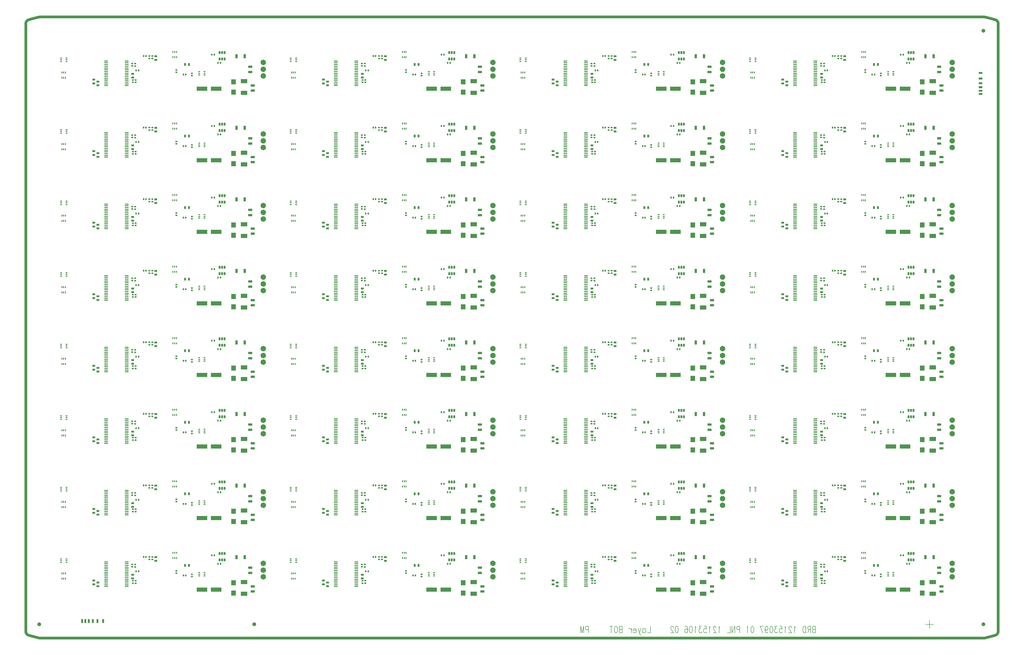
<source format=gbr>
*
G04 Job   : N:\Projects\Manoi001\P08496\Ubdate_doc\12153097_LTM_LH_PCBDESIGN_20230125\12153097_LTM_LH\panel_12153106\12153106.pnl*
G04 User  : UA220009:manoi001*
G04 Layer : SolderPasteBot.gbr*
G04 Date  : Fri Jan 27 12:40:05 2023*
G04 Expedition Layer: Solder Paste - Bottom*
%ICAS*%
%MOIN*%
%FSDAX24Y24*%
%OFA0.0000B0.0000*%
G90*
G74*
%AMVB_RCRECTANGLE*
$3=$3X2*
21,1,$1-$3,$2,0,0,0*
21,1,$1,$2-$3,0,0,0*
$1=$1/2*
$2=$2/2*
$3=$3/2*
$1=$1-$3*
$2=$2-$3*
1,1,$3X2,0-$1,0-$2*
1,1,$3X2,0-$1,$2*
1,1,$3X2,$1,$2*
1,1,$3X2,$1,0-$2*
%
%ADD11C,0.00787*%
%ADD10C,0.03937*%
%ADD15C,0.07874*%
%ADD14VB_RCRECTANGLE,0.02362X0.01575X0.00197*%
%ADD17VB_RCRECTANGLE,0.01575X0.02362X0.00197*%
%ADD12VB_RCRECTANGLE,0.02756X0.01969X0.00197*%
%ADD13VB_RCRECTANGLE,0.01969X0.02756X0.00197*%
%ADD71VB_RCRECTANGLE,0.03937X0.02756X0.00197*%
%ADD22VB_RCRECTANGLE,0.02756X0.03937X0.00197*%
%ADD19VB_RCRECTANGLE,0.02362X0.04331X0.00197*%
%ADD16VB_RCRECTANGLE,0.05512X0.01575X0.00197*%
%ADD70VB_RCRECTANGLE,0.05906X0.03150X0.00197*%
%ADD23VB_RCRECTANGLE,0.03150X0.05906X0.00197*%
%ADD18VB_RCRECTANGLE,0.06693X0.07480X0.00197*%
%ADD21VB_RCRECTANGLE,0.09055X0.06299X0.00197*%
%ADD20VB_RCRECTANGLE,0.15157X0.06299X0.00197*%
G01*
G36*
X-129803Y-000283D02*
G03X-129764Y-000285I000039J000283D01*
X-129478Y000000J000285*
X-129481Y000039I000286*
G01X-129724*
Y000283*
G03X-129764Y000285I000040J000283*
X-130049Y000000J000285*
X-130046Y-000039I000285*
G01X-129803*
Y-000283*
Y000283D02*
Y000039D01*
X-130046*
G03X-130049Y000000I000282J000039*
X-129764Y-000285I000285*
X-129724Y-000283J000285*
G01Y-000039*
X-129481*
G03X-129478Y000000I000283J000039*
X-129764Y000285I000286*
X-129803Y000283J000285*
G01X-129481Y-000039D02*
X-129724D01*
Y-000283*
G02X-129764Y-000285I000040J000283*
X-130049Y000000J000285*
X-130046Y000039I000285*
G01X-129803*
Y000283*
G02X-129764Y000285I000039J000283*
X-129478Y000000J000285*
X-129481Y-000039I000286*
G01Y000039D02*
X-129724D01*
Y000283*
G03X-129764Y000285I000040J000283*
X-130049Y000000J000285*
X-130046Y-000039I000285*
G01X-129803*
Y-000283*
G03X-129764Y-000285I000039J000283*
X-129478Y000000J000285*
X-129481Y000039I000286*
G01X-123661Y000197D02*
X-123386D01*
Y000748*
X-123661*
Y000197*
X-123189D02*
X-122913D01*
Y000748*
X-123189*
Y000197*
X-122677D02*
X-122402D01*
Y000748*
X-122677*
Y000197*
X-122087D02*
X-121811D01*
Y000748*
X-122087*
Y000197*
X-121417D02*
X-121142D01*
Y000748*
X-121417*
Y000197*
X-120591D02*
X-120315D01*
Y000748*
X-120591*
Y000197*
X-098465Y-000283D02*
G03X-098425Y-000285I000040J000283D01*
X-098140Y000000J000285*
X-098142Y000039I000285*
G01X-098386*
Y000283*
G03X-098425Y000285I000039J000283*
X-098711Y000000J000285*
X-098708Y-000039I000286*
G01X-098465*
Y-000283*
Y000283D02*
Y000039D01*
X-098708*
G03X-098711Y000000I000283J000039*
X-098425Y-000285I000286*
X-098386Y-000283J000285*
G01Y-000039*
X-098142*
G03X-098140Y000000I000283J000039*
X-098425Y000285I000285*
X-098465Y000283J000285*
G01X-098142Y-000039D02*
X-098386D01*
Y-000283*
G02X-098425Y-000285I000039J000283*
X-098711Y000000J000285*
X-098708Y000039I000286*
G01X-098465*
Y000283*
G02X-098425Y000285I000040J000283*
X-098140Y000000J000285*
X-098142Y-000039I000285*
G01Y000039D02*
X-098386D01*
Y000283*
G03X-098425Y000285I000039J000283*
X-098711Y000000J000285*
X-098708Y-000039I000286*
G01X-098465*
Y-000283*
G03X-098425Y-000285I000040J000283*
X-098140Y000000J000285*
X-098142Y000039I000285*
G01X007146Y077185D02*
X007697D01*
Y077461*
X007146*
Y077185*
Y077657D02*
X007697D01*
Y077933*
X007146*
Y077657*
Y078169D02*
X007697D01*
Y078445*
X007146*
Y078169*
Y078760D02*
X007697D01*
Y079035*
X007146*
Y078760*
Y079429D02*
X007697D01*
Y079705*
X007146*
Y079429*
Y080256D02*
X007697D01*
Y080531*
X007146*
Y080256*
X007795Y-000283D02*
G03X007835Y-000285I000040J000283D01*
X008120Y000000J000285*
X008117Y000039I000285*
G01X007874*
Y000283*
G03X007835Y000285I000039J000283*
X007549Y000000J000285*
X007552Y-000039I000286*
G01X007795*
Y-000283*
Y000283D02*
Y000039D01*
X007552*
G03X007549Y000000I000283J000039*
X007835Y-000285I000286*
X007874Y-000283J000285*
G01Y-000039*
X008117*
G03X008120Y000000I000282J000039*
X007835Y000285I000285*
X007795Y000283J000285*
G01Y086253D02*
G03X007835Y086250I000040J000282D01*
X008120Y086535J000285*
X008117Y086575I000285*
G01X007874*
Y086818*
G03X007835Y086821I000039J000283*
X007549Y086535J000286*
X007552Y086496I000286*
G01X007795*
Y086253*
Y086818D02*
Y086575D01*
X007552*
G03X007549Y086535I000283J000040*
X007835Y086250I000286*
X007874Y086253J000285*
G01Y086496*
X008117*
G03X008120Y086535I000282J000039*
X007835Y086821I000285*
X007795Y086818J000286*
G01X008117Y-000039D02*
X007874D01*
Y-000283*
G02X007835Y-000285I000039J000283*
X007549Y000000J000285*
X007552Y000039I000286*
G01X007795*
Y000283*
G02X007835Y000285I000040J000283*
X008120Y000000J000285*
X008117Y-000039I000285*
G01Y000039D02*
X007874D01*
Y000283*
G03X007835Y000285I000039J000283*
X007549Y000000J000285*
X007552Y-000039I000286*
G01X007795*
Y-000283*
G03X007835Y-000285I000040J000283*
X008120Y000000J000285*
X008117Y000039I000285*
G01Y086496D02*
X007874D01*
Y086253*
G02X007835Y086250I000039J000282*
X007549Y086535J000285*
X007552Y086575I000286*
G01X007795*
Y086818*
G02X007835Y086821I000040J000283*
X008120Y086535J000286*
X008117Y086496I000285*
G01Y086575D02*
X007874D01*
Y086818*
G03X007835Y086821I000039J000283*
X007549Y086535J000286*
X007552Y086496I000286*
G01X007795*
Y086253*
G03X007835Y086250I000040J000282*
X008120Y086535J000285*
X008117Y086575I000285*
G37*
G54D10*
G01X-056535Y-002008D02*
X-129717D01*
G02X-129871Y-001987J000591*
G01X-131295Y-001602*
G02X-131732Y-001032I000154J000570*
G01Y-001031*
Y087575*
G02X-131291Y088146I000590*
G01X-129870Y088524*
G02X-129719Y088543I000151J000572*
X-129717J000591*
G01X007992*
G02X008142Y088524I000001J000590*
G01X009563Y088150*
G02X010000Y087579I000154J000571*
G01Y-001031*
Y-001032*
G02X009563Y-001602I000591*
G01X008151Y-001987*
G02X007995Y-002008I000156J000570*
G01X-056535*
G54D11*
X-050416Y-001259D02*
Y-000275D01*
X-050635Y-001259*
X-050854Y-000275*
Y-001259*
X-049727D02*
Y-000275D01*
X-050009*
X-050103Y-000334*
X-050134Y-000379*
X-050165Y-000468*
Y-000603*
X-050134Y-000707*
X-050103Y-000752*
X-050009Y-000797*
X-049727*
X-046403Y-000275D02*
Y-001259D01*
X-046183Y-000275D02*
X-046622D01*
X-045651D02*
X-045599Y-000334D01*
X-045547Y-000424*
X-045515Y-000513*
X-045494Y-000647*
Y-000886*
X-045515Y-001020*
X-045547Y-001125*
X-045599Y-001214*
X-045651Y-001259*
X-045766*
X-045818Y-001214*
X-045881Y-001125*
X-045902Y-001020*
X-045933Y-000886*
Y-000647*
X-045902Y-000513*
X-045881Y-000424*
X-045818Y-000334*
X-045766Y-000275*
X-045651*
X-044806Y-000752D02*
X-045087D01*
X-045181Y-000797*
X-045213Y-000841*
X-045244Y-000931*
Y-001080*
X-045213Y-001169*
X-045181Y-001214*
X-045087Y-001259*
X-044806*
Y-000275*
X-045087*
X-045181Y-000334*
X-045213Y-000379*
X-045244Y-000468*
Y-000558*
X-045213Y-000647*
X-045181Y-000707*
X-045087Y-000752*
X-043428Y-000886D02*
X-043480Y-000752D01*
X-043584Y-000662*
X-043699Y-000618*
X-043866*
X-043428D02*
Y-001259D01*
X-042739Y-000886D02*
X-043177D01*
Y-000797*
X-043146Y-000707*
X-043104Y-000662*
X-043031Y-000618*
X-042916*
X-042843Y-000662*
X-042770Y-000752*
X-042739Y-000886*
Y-000990*
X-042770Y-001125*
X-042843Y-001214*
X-042916Y-001259*
X-043031*
X-043104Y-001214*
X-043177Y-001125*
X-042488Y-000618D02*
X-042279Y-001259D01*
X-042217Y-001453*
X-042144Y-001542*
X-042081Y-001587*
X-042050*
X-042081Y-000618D02*
X-042279Y-001259D01*
X-041799Y-000752D02*
X-041726Y-000662D01*
X-041653Y-000618*
X-041538*
X-041465Y-000662*
X-041392Y-000752*
X-041361Y-000886*
Y-000990*
X-041392Y-001125*
X-041465Y-001214*
X-041538Y-001259*
X-041653*
X-041726Y-001214*
X-041799Y-001125*
Y-000618D02*
Y-001259D01*
X-040672Y-000275D02*
Y-001259D01*
X-041110*
X-037356Y-000510D02*
Y-000466D01*
X-037387Y-000376*
X-037419Y-000331*
X-037481Y-000272*
X-037607*
X-037669Y-000331*
X-037701Y-000376*
X-037732Y-000466*
Y-000555*
X-037701Y-000644*
X-037638Y-000794*
X-037325Y-001256*
X-037763*
X-036824Y-000287D02*
X-036730Y-000331D01*
X-036667Y-000466*
X-036636Y-000704*
Y-000838*
X-036667Y-001077*
X-036730Y-001211*
X-036824Y-001256*
X-036886*
X-036980Y-001211*
X-037043Y-001077*
X-037074Y-000838*
Y-000704*
X-037043Y-000466*
X-036980Y-000331*
X-036886Y-000287*
X-036824*
X-035665Y-000421D02*
X-035634Y-000331D01*
X-035529Y-000287*
X-035456*
X-035352Y-000331*
X-035289Y-000466*
X-035258Y-000704*
Y-000928*
X-035289Y-001122*
X-035352Y-001211*
X-035456Y-001256*
X-035488*
X-035592Y-001211*
X-035665Y-001122*
X-035696Y-000987*
Y-000928*
X-035665Y-000794*
X-035592Y-000704*
X-035488Y-000659*
X-035456*
X-035352Y-000704*
X-035289Y-000794*
X-035258Y-000928*
X-034757Y-000287D02*
X-034663Y-000331D01*
X-034600Y-000466*
X-034569Y-000704*
Y-000838*
X-034600Y-001077*
X-034663Y-001211*
X-034757Y-001256*
X-034820*
X-034913Y-001211*
X-034976Y-001077*
X-035007Y-000838*
Y-000704*
X-034976Y-000466*
X-034913Y-000331*
X-034820Y-000287*
X-034757*
X-034047Y-000466D02*
X-034089Y-000421D01*
X-034141Y-000287*
Y-001256*
X-033254Y-000287D02*
X-033598D01*
X-033410Y-000659*
X-033504*
X-033567Y-000704*
X-033598Y-000749*
X-033630Y-000883*
Y-000987*
X-033598Y-001122*
X-033536Y-001211*
X-033442Y-001256*
X-033348*
X-033254Y-001211*
X-033222Y-001166*
X-033191Y-001077*
X-032878Y-000287D02*
X-032565D01*
X-032533Y-000704*
X-032565Y-000659*
X-032659Y-000615*
X-032753*
X-032847Y-000659*
X-032909Y-000749*
X-032941Y-000883*
Y-000987*
X-032909Y-001122*
X-032847Y-001211*
X-032753Y-001256*
X-032659*
X-032565Y-001211*
X-032533Y-001166*
X-032502Y-001077*
X-031980Y-000466D02*
X-032022Y-000421D01*
X-032074Y-000287*
Y-001256*
X-031156Y-000510D02*
Y-000466D01*
X-031187Y-000376*
X-031218Y-000331*
X-031281Y-000272*
X-031406*
X-031469Y-000331*
X-031500Y-000376*
X-031531Y-000466*
Y-000555*
X-031500Y-000644*
X-031437Y-000794*
X-031124Y-001256*
X-031563*
X-030602Y-000466D02*
X-030644Y-000421D01*
X-030696Y-000287*
Y-001256*
X-029057Y-000272D02*
Y-001256D01*
X-029496*
X-028368D02*
Y-000272D01*
X-028807Y-001256*
Y-000272*
X-027679Y-001256D02*
Y-000272D01*
X-027961*
X-028055Y-000331*
X-028087Y-000376*
X-028118Y-000466*
Y-000600*
X-028087Y-000704*
X-028055Y-000749*
X-027961Y-000794*
X-027679*
X-026468Y-000466D02*
X-026510Y-000421D01*
X-026562Y-000287*
Y-001256*
X-025800Y-000287D02*
X-025706Y-000331D01*
X-025644Y-000466*
X-025613Y-000704*
Y-000838*
X-025644Y-001077*
X-025706Y-001211*
X-025800Y-001256*
X-025863*
X-025957Y-001211*
X-026020Y-001077*
X-026051Y-000838*
Y-000704*
X-026020Y-000466*
X-025957Y-000331*
X-025863Y-000287*
X-025800*
X-024235D02*
X-024673D01*
X-024360Y-001256*
X-023984Y-000600D02*
X-023953Y-000749D01*
X-023890Y-000838*
X-023775Y-000883*
X-023744*
X-023640Y-000838*
X-023577Y-000749*
X-023546Y-000600*
Y-000555*
X-023577Y-000421*
X-023640Y-000331*
X-023744Y-000287*
X-023775*
X-023890Y-000331*
X-023953Y-000421*
X-023984Y-000600*
Y-000838*
X-023953Y-001077*
X-023890Y-001211*
X-023775Y-001256*
X-023713*
X-023608Y-001211*
X-023577Y-001122*
X-023045Y-000287D02*
X-022951Y-000331D01*
X-022888Y-000466*
X-022857Y-000704*
Y-000838*
X-022888Y-001077*
X-022951Y-001211*
X-023045Y-001256*
X-023107*
X-023201Y-001211*
X-023264Y-001077*
X-023295Y-000838*
Y-000704*
X-023264Y-000466*
X-023201Y-000331*
X-023107Y-000287*
X-023045*
X-022230D02*
X-022575D01*
X-022387Y-000659*
X-022481*
X-022543Y-000704*
X-022575Y-000749*
X-022606Y-000883*
Y-000987*
X-022575Y-001122*
X-022512Y-001211*
X-022418Y-001256*
X-022324*
X-022230Y-001211*
X-022199Y-001166*
X-022168Y-001077*
X-021855Y-000287D02*
X-021541D01*
X-021510Y-000704*
X-021541Y-000659*
X-021635Y-000615*
X-021729*
X-021823Y-000659*
X-021886Y-000749*
X-021917Y-000883*
Y-000987*
X-021886Y-001122*
X-021823Y-001211*
X-021729Y-001256*
X-021635*
X-021541Y-001211*
X-021510Y-001166*
X-021479Y-001077*
X-020957Y-000466D02*
X-020999Y-000421D01*
X-021051Y-000287*
Y-001256*
X-020132Y-000510D02*
Y-000466D01*
X-020163Y-000376*
X-020195Y-000331*
X-020257Y-000272*
X-020383*
X-020445Y-000331*
X-020477Y-000376*
X-020508Y-000466*
Y-000555*
X-020477Y-000644*
X-020414Y-000794*
X-020101Y-001256*
X-020539*
X-019579Y-000466D02*
X-019621Y-000421D01*
X-019673Y-000287*
Y-001256*
X-018034Y-000272D02*
X-018253D01*
X-018347Y-000331*
X-018410Y-000421*
X-018441Y-000510*
X-018472Y-000644*
Y-000883*
X-018441Y-001017*
X-018410Y-001122*
X-018347Y-001211*
X-018253Y-001256*
X-018034*
Y-000272*
X-017564Y-000749D02*
X-017783Y-001256D01*
X-017345D02*
Y-000272D01*
X-017627*
X-017721Y-000331*
X-017752Y-000376*
X-017783Y-000466*
Y-000555*
X-017752Y-000644*
X-017721Y-000704*
X-017627Y-000749*
X-017345*
X-016656D02*
X-016938D01*
X-017032Y-000794*
X-017063Y-000838*
X-017094Y-000928*
Y-001077*
X-017063Y-001166*
X-017032Y-001211*
X-016938Y-001256*
X-016656*
Y-000272*
X-016938*
X-017032Y-000331*
X-017063Y-000376*
X-017094Y-000466*
Y-000555*
X-017063Y-000644*
X-017032Y-000704*
X-016938Y-000749*
X-000591Y000000D02*
X000591D01*
X000000Y000591D02*
Y-000591D01*
G54D12*
X-116201Y008376D03*
Y008730D03*
Y018809D03*
Y019163D03*
Y029242D03*
Y029596D03*
Y039675D03*
Y040030D03*
Y050108D03*
Y050463D03*
Y060541D03*
Y060896D03*
Y070974D03*
Y071329D03*
Y081407D03*
Y081762D03*
X-116122Y005984D03*
Y006339D03*
Y016417D03*
Y016772D03*
Y026850D03*
Y027205D03*
Y037283D03*
Y037638D03*
Y047717D03*
Y048071D03*
Y058150D03*
Y058504D03*
Y068583D03*
Y068937D03*
Y079016D03*
Y079370D03*
X-115768Y008366D03*
Y008720D03*
Y018799D03*
Y019154D03*
Y029232D03*
Y029587D03*
Y039665D03*
Y040020D03*
Y050098D03*
Y050453D03*
Y060531D03*
Y060886D03*
Y070965D03*
Y071319D03*
Y081398D03*
Y081752D03*
X-115701Y005984D03*
Y006339D03*
Y016417D03*
Y016772D03*
Y026850D03*
Y027205D03*
Y037283D03*
Y037638D03*
Y047717D03*
Y048071D03*
Y058150D03*
Y058504D03*
Y068583D03*
Y068937D03*
Y079016D03*
Y079370D03*
X-113717Y009469D03*
Y009823D03*
Y019902D03*
Y020256D03*
Y030335D03*
Y030689D03*
Y040768D03*
Y041122D03*
Y051201D03*
Y051555D03*
Y061634D03*
Y061988D03*
Y072067D03*
Y072421D03*
Y082500D03*
Y082854D03*
X-113283Y009469D03*
Y009823D03*
Y019902D03*
Y020256D03*
Y030335D03*
Y030689D03*
Y040768D03*
Y041122D03*
Y051201D03*
Y051555D03*
Y061634D03*
Y061988D03*
Y072067D03*
Y072421D03*
Y082500D03*
Y082854D03*
X-109768Y007441D03*
Y007795D03*
Y017874D03*
Y018228D03*
Y028307D03*
Y028661D03*
Y038740D03*
Y039094D03*
Y049173D03*
Y049528D03*
Y059606D03*
Y059961D03*
Y070039D03*
Y070394D03*
Y080472D03*
Y080827D03*
X-107500Y006949D03*
Y007303D03*
Y017382D03*
Y017736D03*
Y027815D03*
Y028169D03*
Y038248D03*
Y038602D03*
Y048681D03*
Y049035D03*
Y059114D03*
Y059469D03*
Y069547D03*
Y069902D03*
Y079980D03*
Y080335D03*
X-082736Y008376D03*
Y008730D03*
Y018809D03*
Y019163D03*
Y029242D03*
Y029596D03*
Y039675D03*
Y040030D03*
Y050108D03*
Y050463D03*
Y060541D03*
Y060896D03*
Y070974D03*
Y071329D03*
Y081407D03*
Y081762D03*
X-082657Y005984D03*
Y006339D03*
Y016417D03*
Y016772D03*
Y026850D03*
Y027205D03*
Y037283D03*
Y037638D03*
Y047717D03*
Y048071D03*
Y058150D03*
Y058504D03*
Y068583D03*
Y068937D03*
Y079016D03*
Y079370D03*
X-082303Y008366D03*
Y008720D03*
Y018799D03*
Y019154D03*
Y029232D03*
Y029587D03*
Y039665D03*
Y040020D03*
Y050098D03*
Y050453D03*
Y060531D03*
Y060886D03*
Y070965D03*
Y071319D03*
Y081398D03*
Y081752D03*
X-082236Y005984D03*
Y006339D03*
Y016417D03*
Y016772D03*
Y026850D03*
Y027205D03*
Y037283D03*
Y037638D03*
Y047717D03*
Y048071D03*
Y058150D03*
Y058504D03*
Y068583D03*
Y068937D03*
Y079016D03*
Y079370D03*
X-080252Y009469D03*
Y009823D03*
Y019902D03*
Y020256D03*
Y030335D03*
Y030689D03*
Y040768D03*
Y041122D03*
Y051201D03*
Y051555D03*
Y061634D03*
Y061988D03*
Y072067D03*
Y072421D03*
Y082500D03*
Y082854D03*
X-079819Y009469D03*
Y009823D03*
Y019902D03*
Y020256D03*
Y030335D03*
Y030689D03*
Y040768D03*
Y041122D03*
Y051201D03*
Y051555D03*
Y061634D03*
Y061988D03*
Y072067D03*
Y072421D03*
Y082500D03*
Y082854D03*
X-076303Y007441D03*
Y007795D03*
Y017874D03*
Y018228D03*
Y028307D03*
Y028661D03*
Y038740D03*
Y039094D03*
Y049173D03*
Y049528D03*
Y059606D03*
Y059961D03*
Y070039D03*
Y070394D03*
Y080472D03*
Y080827D03*
X-074035Y006949D03*
Y007303D03*
Y017382D03*
Y017736D03*
Y027815D03*
Y028169D03*
Y038248D03*
Y038602D03*
Y048681D03*
Y049035D03*
Y059114D03*
Y059469D03*
Y069547D03*
Y069902D03*
Y079980D03*
Y080335D03*
X-049272Y008376D03*
Y008730D03*
Y018809D03*
Y019163D03*
Y029242D03*
Y029596D03*
Y039675D03*
Y040030D03*
Y050108D03*
Y050463D03*
Y060541D03*
Y060896D03*
Y070974D03*
Y071329D03*
Y081407D03*
Y081762D03*
X-049193Y005984D03*
Y006339D03*
Y016417D03*
Y016772D03*
Y026850D03*
Y027205D03*
Y037283D03*
Y037638D03*
Y047717D03*
Y048071D03*
Y058150D03*
Y058504D03*
Y068583D03*
Y068937D03*
Y079016D03*
Y079370D03*
X-048839Y008366D03*
Y008720D03*
Y018799D03*
Y019154D03*
Y029232D03*
Y029587D03*
Y039665D03*
Y040020D03*
Y050098D03*
Y050453D03*
Y060531D03*
Y060886D03*
Y070965D03*
Y071319D03*
Y081398D03*
Y081752D03*
X-048772Y005984D03*
Y006339D03*
Y016417D03*
Y016772D03*
Y026850D03*
Y027205D03*
Y037283D03*
Y037638D03*
Y047717D03*
Y048071D03*
Y058150D03*
Y058504D03*
Y068583D03*
Y068937D03*
Y079016D03*
Y079370D03*
X-046787Y009469D03*
Y009823D03*
Y019902D03*
Y020256D03*
Y030335D03*
Y030689D03*
Y040768D03*
Y041122D03*
Y051201D03*
Y051555D03*
Y061634D03*
Y061988D03*
Y072067D03*
Y072421D03*
Y082500D03*
Y082854D03*
X-046354Y009469D03*
Y009823D03*
Y019902D03*
Y020256D03*
Y030335D03*
Y030689D03*
Y040768D03*
Y041122D03*
Y051201D03*
Y051555D03*
Y061634D03*
Y061988D03*
Y072067D03*
Y072421D03*
Y082500D03*
Y082854D03*
X-042839Y007441D03*
Y007795D03*
Y017874D03*
Y018228D03*
Y028307D03*
Y028661D03*
Y038740D03*
Y039094D03*
Y049173D03*
Y049528D03*
Y059606D03*
Y059961D03*
Y070039D03*
Y070394D03*
Y080472D03*
Y080827D03*
X-040571Y006949D03*
Y007303D03*
Y017382D03*
Y017736D03*
Y027815D03*
Y028169D03*
Y038248D03*
Y038602D03*
Y048681D03*
Y049035D03*
Y059114D03*
Y059469D03*
Y069547D03*
Y069902D03*
Y079980D03*
Y080335D03*
X-015807Y008376D03*
Y008730D03*
Y018809D03*
Y019163D03*
Y029242D03*
Y029596D03*
Y039675D03*
Y040030D03*
Y050108D03*
Y050463D03*
Y060541D03*
Y060896D03*
Y070974D03*
Y071329D03*
Y081407D03*
Y081762D03*
X-015728Y005984D03*
Y006339D03*
Y016417D03*
Y016772D03*
Y026850D03*
Y027205D03*
Y037283D03*
Y037638D03*
Y047717D03*
Y048071D03*
Y058150D03*
Y058504D03*
Y068583D03*
Y068937D03*
Y079016D03*
Y079370D03*
X-015374Y008366D03*
Y008720D03*
Y018799D03*
Y019154D03*
Y029232D03*
Y029587D03*
Y039665D03*
Y040020D03*
Y050098D03*
Y050453D03*
Y060531D03*
Y060886D03*
Y070965D03*
Y071319D03*
Y081398D03*
Y081752D03*
X-015307Y005984D03*
Y006339D03*
Y016417D03*
Y016772D03*
Y026850D03*
Y027205D03*
Y037283D03*
Y037638D03*
Y047717D03*
Y048071D03*
Y058150D03*
Y058504D03*
Y068583D03*
Y068937D03*
Y079016D03*
Y079370D03*
X-013323Y009469D03*
Y009823D03*
Y019902D03*
Y020256D03*
Y030335D03*
Y030689D03*
Y040768D03*
Y041122D03*
Y051201D03*
Y051555D03*
Y061634D03*
Y061988D03*
Y072067D03*
Y072421D03*
Y082500D03*
Y082854D03*
X-012890Y009469D03*
Y009823D03*
Y019902D03*
Y020256D03*
Y030335D03*
Y030689D03*
Y040768D03*
Y041122D03*
Y051201D03*
Y051555D03*
Y061634D03*
Y061988D03*
Y072067D03*
Y072421D03*
Y082500D03*
Y082854D03*
X-009374Y007441D03*
Y007795D03*
Y017874D03*
Y018228D03*
Y028307D03*
Y028661D03*
Y038740D03*
Y039094D03*
Y049173D03*
Y049528D03*
Y059606D03*
Y059961D03*
Y070039D03*
Y070394D03*
Y080472D03*
Y080827D03*
X-007106Y006949D03*
Y007303D03*
Y017382D03*
Y017736D03*
Y027815D03*
Y028169D03*
Y038248D03*
Y038602D03*
Y048681D03*
Y049035D03*
Y059114D03*
Y059469D03*
Y069547D03*
Y069902D03*
Y079980D03*
Y080335D03*
G54D13*
X-115650Y007736D03*
Y018169D03*
Y028602D03*
Y039035D03*
Y049469D03*
Y059902D03*
Y070335D03*
Y080768D03*
X-115295Y007736D03*
Y018169D03*
Y028602D03*
Y039035D03*
Y049469D03*
Y059902D03*
Y070335D03*
Y080768D03*
X-114555Y009819D03*
Y020252D03*
Y030685D03*
Y041118D03*
Y051551D03*
Y061984D03*
Y072417D03*
Y082850D03*
X-114201Y009819D03*
Y020252D03*
Y030685D03*
Y041118D03*
Y051551D03*
Y061984D03*
Y072417D03*
Y082850D03*
X-108760Y007114D03*
Y017547D03*
Y027980D03*
Y038413D03*
Y048846D03*
Y059280D03*
Y069713D03*
Y080146D03*
X-108406Y007114D03*
Y017547D03*
Y027980D03*
Y038413D03*
Y048846D03*
Y059280D03*
Y069713D03*
Y080146D03*
X-104606Y010039D03*
Y020472D03*
Y030906D03*
Y041339D03*
Y051772D03*
Y062205D03*
Y072638D03*
Y083071D03*
X-104252Y010039D03*
Y020472D03*
Y030906D03*
Y041339D03*
Y051772D03*
Y062205D03*
Y072638D03*
Y083071D03*
X-103701Y008819D03*
Y019252D03*
Y029685D03*
Y040118D03*
Y050551D03*
Y060984D03*
Y071417D03*
Y081850D03*
X-103346Y008819D03*
Y019252D03*
Y029685D03*
Y040118D03*
Y050551D03*
Y060984D03*
Y071417D03*
Y081850D03*
X-082185Y007736D03*
Y018169D03*
Y028602D03*
Y039035D03*
Y049469D03*
Y059902D03*
Y070335D03*
Y080768D03*
X-081831Y007736D03*
Y018169D03*
Y028602D03*
Y039035D03*
Y049469D03*
Y059902D03*
Y070335D03*
Y080768D03*
X-081091Y009819D03*
Y020252D03*
Y030685D03*
Y041118D03*
Y051551D03*
Y061984D03*
Y072417D03*
Y082850D03*
X-080736Y009819D03*
Y020252D03*
Y030685D03*
Y041118D03*
Y051551D03*
Y061984D03*
Y072417D03*
Y082850D03*
X-075295Y007114D03*
Y017547D03*
Y027980D03*
Y038413D03*
Y048846D03*
Y059280D03*
Y069713D03*
Y080146D03*
X-074941Y007114D03*
Y017547D03*
Y027980D03*
Y038413D03*
Y048846D03*
Y059280D03*
Y069713D03*
Y080146D03*
X-071142Y010039D03*
Y020472D03*
Y030906D03*
Y041339D03*
Y051772D03*
Y062205D03*
Y072638D03*
Y083071D03*
X-070787Y010039D03*
Y020472D03*
Y030906D03*
Y041339D03*
Y051772D03*
Y062205D03*
Y072638D03*
Y083071D03*
X-070236Y008819D03*
Y019252D03*
Y029685D03*
Y040118D03*
Y050551D03*
Y060984D03*
Y071417D03*
Y081850D03*
X-069882Y008819D03*
Y019252D03*
Y029685D03*
Y040118D03*
Y050551D03*
Y060984D03*
Y071417D03*
Y081850D03*
X-048720Y007736D03*
Y018169D03*
Y028602D03*
Y039035D03*
Y049469D03*
Y059902D03*
Y070335D03*
Y080768D03*
X-048366Y007736D03*
Y018169D03*
Y028602D03*
Y039035D03*
Y049469D03*
Y059902D03*
Y070335D03*
Y080768D03*
X-047626Y009819D03*
Y020252D03*
Y030685D03*
Y041118D03*
Y051551D03*
Y061984D03*
Y072417D03*
Y082850D03*
X-047272Y009819D03*
Y020252D03*
Y030685D03*
Y041118D03*
Y051551D03*
Y061984D03*
Y072417D03*
Y082850D03*
X-041831Y007114D03*
Y017547D03*
Y027980D03*
Y038413D03*
Y048846D03*
Y059280D03*
Y069713D03*
Y080146D03*
X-041476Y007114D03*
Y017547D03*
Y027980D03*
Y038413D03*
Y048846D03*
Y059280D03*
Y069713D03*
Y080146D03*
X-037677Y010039D03*
Y020472D03*
Y030906D03*
Y041339D03*
Y051772D03*
Y062205D03*
Y072638D03*
Y083071D03*
X-037323Y010039D03*
Y020472D03*
Y030906D03*
Y041339D03*
Y051772D03*
Y062205D03*
Y072638D03*
Y083071D03*
X-036772Y008819D03*
Y019252D03*
Y029685D03*
Y040118D03*
Y050551D03*
Y060984D03*
Y071417D03*
Y081850D03*
X-036417Y008819D03*
Y019252D03*
Y029685D03*
Y040118D03*
Y050551D03*
Y060984D03*
Y071417D03*
Y081850D03*
X-015256Y007736D03*
Y018169D03*
Y028602D03*
Y039035D03*
Y049469D03*
Y059902D03*
Y070335D03*
Y080768D03*
X-014902Y007736D03*
Y018169D03*
Y028602D03*
Y039035D03*
Y049469D03*
Y059902D03*
Y070335D03*
Y080768D03*
X-014161Y009819D03*
Y020252D03*
Y030685D03*
Y041118D03*
Y051551D03*
Y061984D03*
Y072417D03*
Y082850D03*
X-013807Y009819D03*
Y020252D03*
Y030685D03*
Y041118D03*
Y051551D03*
Y061984D03*
Y072417D03*
Y082850D03*
X-008366Y007114D03*
Y017547D03*
Y027980D03*
Y038413D03*
Y048846D03*
Y059280D03*
Y069713D03*
Y080146D03*
X-008012Y007114D03*
Y017547D03*
Y027980D03*
Y038413D03*
Y048846D03*
Y059280D03*
Y069713D03*
Y080146D03*
X-004213Y010039D03*
Y020472D03*
Y030906D03*
Y041339D03*
Y051772D03*
Y062205D03*
Y072638D03*
Y083071D03*
X-003858Y010039D03*
Y020472D03*
Y030906D03*
Y041339D03*
Y051772D03*
Y062205D03*
Y072638D03*
Y083071D03*
X-003307Y008819D03*
Y019252D03*
Y029685D03*
Y040118D03*
Y050551D03*
Y060984D03*
Y071417D03*
Y081850D03*
X-002953Y008819D03*
Y019252D03*
Y029685D03*
Y040118D03*
Y050551D03*
Y060984D03*
Y071417D03*
Y081850D03*
G54D14*
X-126575Y009020D03*
Y009276D03*
Y009531D03*
Y019453D03*
Y019709D03*
Y019965D03*
Y029886D03*
Y030142D03*
Y030398D03*
Y040319D03*
Y040575D03*
Y040831D03*
Y050752D03*
Y051008D03*
Y051264D03*
Y061185D03*
Y061441D03*
Y061697D03*
Y071618D03*
Y071874D03*
Y072130D03*
Y082051D03*
Y082307D03*
Y082563D03*
X-125787Y009020D03*
Y009276D03*
Y009531D03*
Y019453D03*
Y019709D03*
Y019965D03*
Y029886D03*
Y030142D03*
Y030398D03*
Y040319D03*
Y040575D03*
Y040831D03*
Y050752D03*
Y051008D03*
Y051264D03*
Y061185D03*
Y061441D03*
Y061697D03*
Y071618D03*
Y071874D03*
Y072130D03*
Y082051D03*
Y082307D03*
Y082563D03*
X-106455Y007043D03*
Y007299D03*
Y007555D03*
Y017476D03*
Y017732D03*
Y017988D03*
Y027909D03*
Y028165D03*
Y028421D03*
Y038343D03*
Y038598D03*
Y038854D03*
Y048776D03*
Y049031D03*
Y049287D03*
Y059209D03*
Y059465D03*
Y059720D03*
Y069642D03*
Y069898D03*
Y070154D03*
Y080075D03*
Y080331D03*
Y080587D03*
X-105667Y007043D03*
Y007299D03*
Y007555D03*
Y017476D03*
Y017732D03*
Y017988D03*
Y027909D03*
Y028165D03*
Y028421D03*
Y038343D03*
Y038598D03*
Y038854D03*
Y048776D03*
Y049031D03*
Y049287D03*
Y059209D03*
Y059465D03*
Y059720D03*
Y069642D03*
Y069898D03*
Y070154D03*
Y080075D03*
Y080331D03*
Y080587D03*
X-093110Y009020D03*
Y009276D03*
Y009531D03*
Y019453D03*
Y019709D03*
Y019965D03*
Y029886D03*
Y030142D03*
Y030398D03*
Y040319D03*
Y040575D03*
Y040831D03*
Y050752D03*
Y051008D03*
Y051264D03*
Y061185D03*
Y061441D03*
Y061697D03*
Y071618D03*
Y071874D03*
Y072130D03*
Y082051D03*
Y082307D03*
Y082563D03*
X-092323Y009020D03*
Y009276D03*
Y009531D03*
Y019453D03*
Y019709D03*
Y019965D03*
Y029886D03*
Y030142D03*
Y030398D03*
Y040319D03*
Y040575D03*
Y040831D03*
Y050752D03*
Y051008D03*
Y051264D03*
Y061185D03*
Y061441D03*
Y061697D03*
Y071618D03*
Y071874D03*
Y072130D03*
Y082051D03*
Y082307D03*
Y082563D03*
X-072990Y007043D03*
Y007299D03*
Y007555D03*
Y017476D03*
Y017732D03*
Y017988D03*
Y027909D03*
Y028165D03*
Y028421D03*
Y038343D03*
Y038598D03*
Y038854D03*
Y048776D03*
Y049031D03*
Y049287D03*
Y059209D03*
Y059465D03*
Y059720D03*
Y069642D03*
Y069898D03*
Y070154D03*
Y080075D03*
Y080331D03*
Y080587D03*
X-072203Y007043D03*
Y007299D03*
Y007555D03*
Y017476D03*
Y017732D03*
Y017988D03*
Y027909D03*
Y028165D03*
Y028421D03*
Y038343D03*
Y038598D03*
Y038854D03*
Y048776D03*
Y049031D03*
Y049287D03*
Y059209D03*
Y059465D03*
Y059720D03*
Y069642D03*
Y069898D03*
Y070154D03*
Y080075D03*
Y080331D03*
Y080587D03*
X-059646Y009020D03*
Y009276D03*
Y009531D03*
Y019453D03*
Y019709D03*
Y019965D03*
Y029886D03*
Y030142D03*
Y030398D03*
Y040319D03*
Y040575D03*
Y040831D03*
Y050752D03*
Y051008D03*
Y051264D03*
Y061185D03*
Y061441D03*
Y061697D03*
Y071618D03*
Y071874D03*
Y072130D03*
Y082051D03*
Y082307D03*
Y082563D03*
X-058858Y009020D03*
Y009276D03*
Y009531D03*
Y019453D03*
Y019709D03*
Y019965D03*
Y029886D03*
Y030142D03*
Y030398D03*
Y040319D03*
Y040575D03*
Y040831D03*
Y050752D03*
Y051008D03*
Y051264D03*
Y061185D03*
Y061441D03*
Y061697D03*
Y071618D03*
Y071874D03*
Y072130D03*
Y082051D03*
Y082307D03*
Y082563D03*
X-039525Y007043D03*
Y007299D03*
Y007555D03*
Y017476D03*
Y017732D03*
Y017988D03*
Y027909D03*
Y028165D03*
Y028421D03*
Y038343D03*
Y038598D03*
Y038854D03*
Y048776D03*
Y049031D03*
Y049287D03*
Y059209D03*
Y059465D03*
Y059720D03*
Y069642D03*
Y069898D03*
Y070154D03*
Y080075D03*
Y080331D03*
Y080587D03*
X-038738Y007043D03*
Y007299D03*
Y007555D03*
Y017476D03*
Y017732D03*
Y017988D03*
Y027909D03*
Y028165D03*
Y028421D03*
Y038343D03*
Y038598D03*
Y038854D03*
Y048776D03*
Y049031D03*
Y049287D03*
Y059209D03*
Y059465D03*
Y059720D03*
Y069642D03*
Y069898D03*
Y070154D03*
Y080075D03*
Y080331D03*
Y080587D03*
X-026181Y009020D03*
Y009276D03*
Y009531D03*
Y019453D03*
Y019709D03*
Y019965D03*
Y029886D03*
Y030142D03*
Y030398D03*
Y040319D03*
Y040575D03*
Y040831D03*
Y050752D03*
Y051008D03*
Y051264D03*
Y061185D03*
Y061441D03*
Y061697D03*
Y071618D03*
Y071874D03*
Y072130D03*
Y082051D03*
Y082307D03*
Y082563D03*
X-025394Y009020D03*
Y009276D03*
Y009531D03*
Y019453D03*
Y019709D03*
Y019965D03*
Y029886D03*
Y030142D03*
Y030398D03*
Y040319D03*
Y040575D03*
Y040831D03*
Y050752D03*
Y051008D03*
Y051264D03*
Y061185D03*
Y061441D03*
Y061697D03*
Y071618D03*
Y071874D03*
Y072130D03*
Y082051D03*
Y082307D03*
Y082563D03*
X-006061Y007043D03*
Y007299D03*
Y007555D03*
Y017476D03*
Y017732D03*
Y017988D03*
Y027909D03*
Y028165D03*
Y028421D03*
Y038343D03*
Y038598D03*
Y038854D03*
Y048776D03*
Y049031D03*
Y049287D03*
Y059209D03*
Y059465D03*
Y059720D03*
Y069642D03*
Y069898D03*
Y070154D03*
Y080075D03*
Y080331D03*
Y080587D03*
X-005273Y007043D03*
Y007299D03*
Y007555D03*
Y017476D03*
Y017732D03*
Y017988D03*
Y027909D03*
Y028165D03*
Y028421D03*
Y038343D03*
Y038598D03*
Y038854D03*
Y048776D03*
Y049031D03*
Y049287D03*
Y059209D03*
Y059465D03*
Y059720D03*
Y069642D03*
Y069898D03*
Y070154D03*
Y080075D03*
Y080331D03*
Y080587D03*
G54D15*
X-097126Y006909D03*
Y007894D03*
Y008878D03*
Y017343D03*
Y018327D03*
Y019311D03*
Y027776D03*
Y028760D03*
Y029744D03*
Y038209D03*
Y039193D03*
Y040177D03*
Y048642D03*
Y049626D03*
Y050610D03*
Y059075D03*
Y060059D03*
Y061043D03*
Y069508D03*
Y070492D03*
Y071476D03*
Y079941D03*
Y080925D03*
Y081909D03*
X-063661Y006909D03*
Y007894D03*
Y008878D03*
Y017343D03*
Y018327D03*
Y019311D03*
Y027776D03*
Y028760D03*
Y029744D03*
Y038209D03*
Y039193D03*
Y040177D03*
Y048642D03*
Y049626D03*
Y050610D03*
Y059075D03*
Y060059D03*
Y061043D03*
Y069508D03*
Y070492D03*
Y071476D03*
Y079941D03*
Y080925D03*
Y081909D03*
X-030197Y006909D03*
Y007894D03*
Y008878D03*
Y017343D03*
Y018327D03*
Y019311D03*
Y027776D03*
Y028760D03*
Y029744D03*
Y038209D03*
Y039193D03*
Y040177D03*
Y048642D03*
Y049626D03*
Y050610D03*
Y059075D03*
Y060059D03*
Y061043D03*
Y069508D03*
Y070492D03*
Y071476D03*
Y079941D03*
Y080925D03*
Y081909D03*
X003268Y006909D03*
Y007894D03*
Y008878D03*
Y017343D03*
Y018327D03*
Y019311D03*
Y027776D03*
Y028760D03*
Y029744D03*
Y038209D03*
Y039193D03*
Y040177D03*
Y048642D03*
Y049626D03*
Y050610D03*
Y059075D03*
Y060059D03*
Y061043D03*
Y069508D03*
Y070492D03*
Y071476D03*
Y079941D03*
Y080925D03*
Y081909D03*
G54D16*
X-120020Y005514D03*
Y005770D03*
Y006026D03*
Y006281D03*
D03*
Y006537D03*
D03*
Y006793D03*
D03*
Y007049D03*
D03*
Y007305D03*
D03*
Y007561D03*
D03*
Y007817D03*
D03*
Y008073D03*
D03*
Y008329D03*
D03*
Y008585D03*
D03*
Y008841D03*
Y009096D03*
Y015947D03*
Y016203D03*
Y016459D03*
Y016715D03*
D03*
Y016970D03*
D03*
Y017226D03*
D03*
Y017482D03*
D03*
Y017738D03*
D03*
Y017994D03*
D03*
Y018250D03*
D03*
Y018506D03*
D03*
Y018762D03*
D03*
Y019018D03*
D03*
Y019274D03*
Y019530D03*
Y026380D03*
Y026636D03*
Y026892D03*
Y027148D03*
D03*
Y027404D03*
D03*
Y027659D03*
D03*
Y027915D03*
D03*
Y028171D03*
D03*
Y028427D03*
D03*
Y028683D03*
D03*
Y028939D03*
D03*
Y029195D03*
D03*
Y029451D03*
D03*
Y029707D03*
Y029963D03*
Y036813D03*
Y037069D03*
Y037325D03*
Y037581D03*
D03*
Y037837D03*
D03*
Y038093D03*
D03*
Y038348D03*
D03*
Y038604D03*
D03*
Y038860D03*
D03*
Y039116D03*
D03*
Y039372D03*
D03*
Y039628D03*
D03*
Y039884D03*
D03*
Y040140D03*
Y040396D03*
Y047246D03*
Y047502D03*
Y047758D03*
Y048014D03*
D03*
Y048270D03*
D03*
Y048526D03*
D03*
Y048781D03*
D03*
Y049037D03*
D03*
Y049293D03*
D03*
Y049549D03*
D03*
Y049805D03*
D03*
Y050061D03*
D03*
Y050317D03*
D03*
Y050573D03*
Y050829D03*
Y057679D03*
Y057935D03*
Y058191D03*
Y058447D03*
D03*
Y058703D03*
D03*
Y058959D03*
D03*
Y059215D03*
D03*
Y059470D03*
D03*
Y059726D03*
D03*
Y059982D03*
D03*
Y060238D03*
D03*
Y060494D03*
D03*
Y060750D03*
D03*
Y061006D03*
Y061262D03*
Y068112D03*
Y068368D03*
Y068624D03*
Y068880D03*
D03*
Y069136D03*
D03*
Y069392D03*
D03*
Y069648D03*
D03*
Y069904D03*
D03*
Y070159D03*
D03*
Y070415D03*
D03*
Y070671D03*
D03*
Y070927D03*
D03*
Y071183D03*
D03*
Y071439D03*
Y071695D03*
Y078545D03*
Y078801D03*
Y079057D03*
Y079313D03*
D03*
Y079569D03*
D03*
Y079825D03*
D03*
Y080081D03*
D03*
Y080337D03*
D03*
Y080593D03*
D03*
Y080848D03*
D03*
Y081104D03*
D03*
Y081360D03*
D03*
Y081616D03*
D03*
Y081872D03*
Y082128D03*
X-117028Y005514D03*
Y005770D03*
Y006026D03*
Y006281D03*
D03*
Y006537D03*
D03*
Y006793D03*
D03*
Y007049D03*
D03*
Y007305D03*
D03*
Y007561D03*
D03*
Y007817D03*
D03*
Y008073D03*
D03*
Y008329D03*
D03*
Y008585D03*
D03*
Y008841D03*
Y009096D03*
Y015947D03*
Y016203D03*
Y016459D03*
Y016715D03*
D03*
Y016970D03*
D03*
Y017226D03*
D03*
Y017482D03*
D03*
Y017738D03*
D03*
Y017994D03*
D03*
Y018250D03*
D03*
Y018506D03*
D03*
Y018762D03*
D03*
Y019018D03*
D03*
Y019274D03*
Y019530D03*
Y026380D03*
Y026636D03*
Y026892D03*
Y027148D03*
D03*
Y027404D03*
D03*
Y027659D03*
D03*
Y027915D03*
D03*
Y028171D03*
D03*
Y028427D03*
D03*
Y028683D03*
D03*
Y028939D03*
D03*
Y029195D03*
D03*
Y029451D03*
D03*
Y029707D03*
Y029963D03*
Y036813D03*
Y037069D03*
Y037325D03*
Y037581D03*
D03*
Y037837D03*
D03*
Y038093D03*
D03*
Y038348D03*
D03*
Y038604D03*
D03*
Y038860D03*
D03*
Y039116D03*
D03*
Y039372D03*
D03*
Y039628D03*
D03*
Y039884D03*
D03*
Y040140D03*
Y040396D03*
Y047246D03*
Y047502D03*
Y047758D03*
Y048014D03*
D03*
Y048270D03*
D03*
Y048526D03*
D03*
Y048781D03*
D03*
Y049037D03*
D03*
Y049293D03*
D03*
Y049549D03*
D03*
Y049805D03*
D03*
Y050061D03*
D03*
Y050317D03*
D03*
Y050573D03*
Y050829D03*
Y057679D03*
Y057935D03*
Y058191D03*
Y058447D03*
D03*
Y058703D03*
D03*
Y058959D03*
D03*
Y059215D03*
D03*
Y059470D03*
D03*
Y059726D03*
D03*
Y059982D03*
D03*
Y060238D03*
D03*
Y060494D03*
D03*
Y060750D03*
D03*
Y061006D03*
Y061262D03*
Y068112D03*
Y068368D03*
Y068624D03*
Y068880D03*
D03*
Y069136D03*
D03*
Y069392D03*
D03*
Y069648D03*
D03*
Y069904D03*
D03*
Y070159D03*
D03*
Y070415D03*
D03*
Y070671D03*
D03*
Y070927D03*
D03*
Y071183D03*
D03*
Y071439D03*
Y071695D03*
Y078545D03*
Y078801D03*
Y079057D03*
Y079313D03*
D03*
Y079569D03*
D03*
Y079825D03*
D03*
Y080081D03*
D03*
Y080337D03*
D03*
Y080593D03*
D03*
Y080848D03*
D03*
Y081104D03*
D03*
Y081360D03*
D03*
Y081616D03*
D03*
Y081872D03*
Y082128D03*
X-086555Y005514D03*
Y005770D03*
Y006026D03*
Y006281D03*
D03*
Y006537D03*
D03*
Y006793D03*
D03*
Y007049D03*
D03*
Y007305D03*
D03*
Y007561D03*
D03*
Y007817D03*
D03*
Y008073D03*
D03*
Y008329D03*
D03*
Y008585D03*
D03*
Y008841D03*
Y009096D03*
Y015947D03*
Y016203D03*
Y016459D03*
Y016715D03*
D03*
Y016970D03*
D03*
Y017226D03*
D03*
Y017482D03*
D03*
Y017738D03*
D03*
Y017994D03*
D03*
Y018250D03*
D03*
Y018506D03*
D03*
Y018762D03*
D03*
Y019018D03*
D03*
Y019274D03*
Y019530D03*
Y026380D03*
Y026636D03*
Y026892D03*
Y027148D03*
D03*
Y027404D03*
D03*
Y027659D03*
D03*
Y027915D03*
D03*
Y028171D03*
D03*
Y028427D03*
D03*
Y028683D03*
D03*
Y028939D03*
D03*
Y029195D03*
D03*
Y029451D03*
D03*
Y029707D03*
Y029963D03*
Y036813D03*
Y037069D03*
Y037325D03*
Y037581D03*
D03*
Y037837D03*
D03*
Y038093D03*
D03*
Y038348D03*
D03*
Y038604D03*
D03*
Y038860D03*
D03*
Y039116D03*
D03*
Y039372D03*
D03*
Y039628D03*
D03*
Y039884D03*
D03*
Y040140D03*
Y040396D03*
Y047246D03*
Y047502D03*
Y047758D03*
Y048014D03*
D03*
Y048270D03*
D03*
Y048526D03*
D03*
Y048781D03*
D03*
Y049037D03*
D03*
Y049293D03*
D03*
Y049549D03*
D03*
Y049805D03*
D03*
Y050061D03*
D03*
Y050317D03*
D03*
Y050573D03*
Y050829D03*
Y057679D03*
Y057935D03*
Y058191D03*
Y058447D03*
D03*
Y058703D03*
D03*
Y058959D03*
D03*
Y059215D03*
D03*
Y059470D03*
D03*
Y059726D03*
D03*
Y059982D03*
D03*
Y060238D03*
D03*
Y060494D03*
D03*
Y060750D03*
D03*
Y061006D03*
Y061262D03*
Y068112D03*
Y068368D03*
Y068624D03*
Y068880D03*
D03*
Y069136D03*
D03*
Y069392D03*
D03*
Y069648D03*
D03*
Y069904D03*
D03*
Y070159D03*
D03*
Y070415D03*
D03*
Y070671D03*
D03*
Y070927D03*
D03*
Y071183D03*
D03*
Y071439D03*
Y071695D03*
Y078545D03*
Y078801D03*
Y079057D03*
Y079313D03*
D03*
Y079569D03*
D03*
Y079825D03*
D03*
Y080081D03*
D03*
Y080337D03*
D03*
Y080593D03*
D03*
Y080848D03*
D03*
Y081104D03*
D03*
Y081360D03*
D03*
Y081616D03*
D03*
Y081872D03*
Y082128D03*
X-083563Y005514D03*
Y005770D03*
Y006026D03*
Y006281D03*
D03*
Y006537D03*
D03*
Y006793D03*
D03*
Y007049D03*
D03*
Y007305D03*
D03*
Y007561D03*
D03*
Y007817D03*
D03*
Y008073D03*
D03*
Y008329D03*
D03*
Y008585D03*
D03*
Y008841D03*
Y009096D03*
Y015947D03*
Y016203D03*
Y016459D03*
Y016715D03*
D03*
Y016970D03*
D03*
Y017226D03*
D03*
Y017482D03*
D03*
Y017738D03*
D03*
Y017994D03*
D03*
Y018250D03*
D03*
Y018506D03*
D03*
Y018762D03*
D03*
Y019018D03*
D03*
Y019274D03*
Y019530D03*
Y026380D03*
Y026636D03*
Y026892D03*
Y027148D03*
D03*
Y027404D03*
D03*
Y027659D03*
D03*
Y027915D03*
D03*
Y028171D03*
D03*
Y028427D03*
D03*
Y028683D03*
D03*
Y028939D03*
D03*
Y029195D03*
D03*
Y029451D03*
D03*
Y029707D03*
Y029963D03*
Y036813D03*
Y037069D03*
Y037325D03*
Y037581D03*
D03*
Y037837D03*
D03*
Y038093D03*
D03*
Y038348D03*
D03*
Y038604D03*
D03*
Y038860D03*
D03*
Y039116D03*
D03*
Y039372D03*
D03*
Y039628D03*
D03*
Y039884D03*
D03*
Y040140D03*
Y040396D03*
Y047246D03*
Y047502D03*
Y047758D03*
Y048014D03*
D03*
Y048270D03*
D03*
Y048526D03*
D03*
Y048781D03*
D03*
Y049037D03*
D03*
Y049293D03*
D03*
Y049549D03*
D03*
Y049805D03*
D03*
Y050061D03*
D03*
Y050317D03*
D03*
Y050573D03*
Y050829D03*
Y057679D03*
Y057935D03*
Y058191D03*
Y058447D03*
D03*
Y058703D03*
D03*
Y058959D03*
D03*
Y059215D03*
D03*
Y059470D03*
D03*
Y059726D03*
D03*
Y059982D03*
D03*
Y060238D03*
D03*
Y060494D03*
D03*
Y060750D03*
D03*
Y061006D03*
Y061262D03*
Y068112D03*
Y068368D03*
Y068624D03*
Y068880D03*
D03*
Y069136D03*
D03*
Y069392D03*
D03*
Y069648D03*
D03*
Y069904D03*
D03*
Y070159D03*
D03*
Y070415D03*
D03*
Y070671D03*
D03*
Y070927D03*
D03*
Y071183D03*
D03*
Y071439D03*
Y071695D03*
Y078545D03*
Y078801D03*
Y079057D03*
Y079313D03*
D03*
Y079569D03*
D03*
Y079825D03*
D03*
Y080081D03*
D03*
Y080337D03*
D03*
Y080593D03*
D03*
Y080848D03*
D03*
Y081104D03*
D03*
Y081360D03*
D03*
Y081616D03*
D03*
Y081872D03*
Y082128D03*
X-053091Y005514D03*
Y005770D03*
Y006026D03*
Y006281D03*
D03*
Y006537D03*
D03*
Y006793D03*
D03*
Y007049D03*
D03*
Y007305D03*
D03*
Y007561D03*
D03*
Y007817D03*
D03*
Y008073D03*
D03*
Y008329D03*
D03*
Y008585D03*
D03*
Y008841D03*
Y009096D03*
Y015947D03*
Y016203D03*
Y016459D03*
Y016715D03*
D03*
Y016970D03*
D03*
Y017226D03*
D03*
Y017482D03*
D03*
Y017738D03*
D03*
Y017994D03*
D03*
Y018250D03*
D03*
Y018506D03*
D03*
Y018762D03*
D03*
Y019018D03*
D03*
Y019274D03*
Y019530D03*
Y026380D03*
Y026636D03*
Y026892D03*
Y027148D03*
D03*
Y027404D03*
D03*
Y027659D03*
D03*
Y027915D03*
D03*
Y028171D03*
D03*
Y028427D03*
D03*
Y028683D03*
D03*
Y028939D03*
D03*
Y029195D03*
D03*
Y029451D03*
D03*
Y029707D03*
Y029963D03*
Y036813D03*
Y037069D03*
Y037325D03*
Y037581D03*
D03*
Y037837D03*
D03*
Y038093D03*
D03*
Y038348D03*
D03*
Y038604D03*
D03*
Y038860D03*
D03*
Y039116D03*
D03*
Y039372D03*
D03*
Y039628D03*
D03*
Y039884D03*
D03*
Y040140D03*
Y040396D03*
Y047246D03*
Y047502D03*
Y047758D03*
Y048014D03*
D03*
Y048270D03*
D03*
Y048526D03*
D03*
Y048781D03*
D03*
Y049037D03*
D03*
Y049293D03*
D03*
Y049549D03*
D03*
Y049805D03*
D03*
Y050061D03*
D03*
Y050317D03*
D03*
Y050573D03*
Y050829D03*
Y057679D03*
Y057935D03*
Y058191D03*
Y058447D03*
D03*
Y058703D03*
D03*
Y058959D03*
D03*
Y059215D03*
D03*
Y059470D03*
D03*
Y059726D03*
D03*
Y059982D03*
D03*
Y060238D03*
D03*
Y060494D03*
D03*
Y060750D03*
D03*
Y061006D03*
Y061262D03*
Y068112D03*
Y068368D03*
Y068624D03*
Y068880D03*
D03*
Y069136D03*
D03*
Y069392D03*
D03*
Y069648D03*
D03*
Y069904D03*
D03*
Y070159D03*
D03*
Y070415D03*
D03*
Y070671D03*
D03*
Y070927D03*
D03*
Y071183D03*
D03*
Y071439D03*
Y071695D03*
Y078545D03*
Y078801D03*
Y079057D03*
Y079313D03*
D03*
Y079569D03*
D03*
Y079825D03*
D03*
Y080081D03*
D03*
Y080337D03*
D03*
Y080593D03*
D03*
Y080848D03*
D03*
Y081104D03*
D03*
Y081360D03*
D03*
Y081616D03*
D03*
Y081872D03*
Y082128D03*
X-050098Y005514D03*
Y005770D03*
Y006026D03*
Y006281D03*
D03*
Y006537D03*
D03*
Y006793D03*
D03*
Y007049D03*
D03*
Y007305D03*
D03*
Y007561D03*
D03*
Y007817D03*
D03*
Y008073D03*
D03*
Y008329D03*
D03*
Y008585D03*
D03*
Y008841D03*
Y009096D03*
Y015947D03*
Y016203D03*
Y016459D03*
Y016715D03*
D03*
Y016970D03*
D03*
Y017226D03*
D03*
Y017482D03*
D03*
Y017738D03*
D03*
Y017994D03*
D03*
Y018250D03*
D03*
Y018506D03*
D03*
Y018762D03*
D03*
Y019018D03*
D03*
Y019274D03*
Y019530D03*
Y026380D03*
Y026636D03*
Y026892D03*
Y027148D03*
D03*
Y027404D03*
D03*
Y027659D03*
D03*
Y027915D03*
D03*
Y028171D03*
D03*
Y028427D03*
D03*
Y028683D03*
D03*
Y028939D03*
D03*
Y029195D03*
D03*
Y029451D03*
D03*
Y029707D03*
Y029963D03*
Y036813D03*
Y037069D03*
Y037325D03*
Y037581D03*
D03*
Y037837D03*
D03*
Y038093D03*
D03*
Y038348D03*
D03*
Y038604D03*
D03*
Y038860D03*
D03*
Y039116D03*
D03*
Y039372D03*
D03*
Y039628D03*
D03*
Y039884D03*
D03*
Y040140D03*
Y040396D03*
Y047246D03*
Y047502D03*
Y047758D03*
Y048014D03*
D03*
Y048270D03*
D03*
Y048526D03*
D03*
Y048781D03*
D03*
Y049037D03*
D03*
Y049293D03*
D03*
Y049549D03*
D03*
Y049805D03*
D03*
Y050061D03*
D03*
Y050317D03*
D03*
Y050573D03*
Y050829D03*
Y057679D03*
Y057935D03*
Y058191D03*
Y058447D03*
D03*
Y058703D03*
D03*
Y058959D03*
D03*
Y059215D03*
D03*
Y059470D03*
D03*
Y059726D03*
D03*
Y059982D03*
D03*
Y060238D03*
D03*
Y060494D03*
D03*
Y060750D03*
D03*
Y061006D03*
Y061262D03*
Y068112D03*
Y068368D03*
Y068624D03*
Y068880D03*
D03*
Y069136D03*
D03*
Y069392D03*
D03*
Y069648D03*
D03*
Y069904D03*
D03*
Y070159D03*
D03*
Y070415D03*
D03*
Y070671D03*
D03*
Y070927D03*
D03*
Y071183D03*
D03*
Y071439D03*
Y071695D03*
Y078545D03*
Y078801D03*
Y079057D03*
Y079313D03*
D03*
Y079569D03*
D03*
Y079825D03*
D03*
Y080081D03*
D03*
Y080337D03*
D03*
Y080593D03*
D03*
Y080848D03*
D03*
Y081104D03*
D03*
Y081360D03*
D03*
Y081616D03*
D03*
Y081872D03*
Y082128D03*
X-019626Y005514D03*
Y005770D03*
Y006026D03*
Y006281D03*
D03*
Y006537D03*
D03*
Y006793D03*
D03*
Y007049D03*
D03*
Y007305D03*
D03*
Y007561D03*
D03*
Y007817D03*
D03*
Y008073D03*
D03*
Y008329D03*
D03*
Y008585D03*
D03*
Y008841D03*
Y009096D03*
Y015947D03*
Y016203D03*
Y016459D03*
Y016715D03*
D03*
Y016970D03*
D03*
Y017226D03*
D03*
Y017482D03*
D03*
Y017738D03*
D03*
Y017994D03*
D03*
Y018250D03*
D03*
Y018506D03*
D03*
Y018762D03*
D03*
Y019018D03*
D03*
Y019274D03*
Y019530D03*
Y026380D03*
Y026636D03*
Y026892D03*
Y027148D03*
D03*
Y027404D03*
D03*
Y027659D03*
D03*
Y027915D03*
D03*
Y028171D03*
D03*
Y028427D03*
D03*
Y028683D03*
D03*
Y028939D03*
D03*
Y029195D03*
D03*
Y029451D03*
D03*
Y029707D03*
Y029963D03*
Y036813D03*
Y037069D03*
Y037325D03*
Y037581D03*
D03*
Y037837D03*
D03*
Y038093D03*
D03*
Y038348D03*
D03*
Y038604D03*
D03*
Y038860D03*
D03*
Y039116D03*
D03*
Y039372D03*
D03*
Y039628D03*
D03*
Y039884D03*
D03*
Y040140D03*
Y040396D03*
Y047246D03*
Y047502D03*
Y047758D03*
Y048014D03*
D03*
Y048270D03*
D03*
Y048526D03*
D03*
Y048781D03*
D03*
Y049037D03*
D03*
Y049293D03*
D03*
Y049549D03*
D03*
Y049805D03*
D03*
Y050061D03*
D03*
Y050317D03*
D03*
Y050573D03*
Y050829D03*
Y057679D03*
Y057935D03*
Y058191D03*
Y058447D03*
D03*
Y058703D03*
D03*
Y058959D03*
D03*
Y059215D03*
D03*
Y059470D03*
D03*
Y059726D03*
D03*
Y059982D03*
D03*
Y060238D03*
D03*
Y060494D03*
D03*
Y060750D03*
D03*
Y061006D03*
Y061262D03*
Y068112D03*
Y068368D03*
Y068624D03*
Y068880D03*
D03*
Y069136D03*
D03*
Y069392D03*
D03*
Y069648D03*
D03*
Y069904D03*
D03*
Y070159D03*
D03*
Y070415D03*
D03*
Y070671D03*
D03*
Y070927D03*
D03*
Y071183D03*
D03*
Y071439D03*
Y071695D03*
Y078545D03*
Y078801D03*
Y079057D03*
Y079313D03*
D03*
Y079569D03*
D03*
Y079825D03*
D03*
Y080081D03*
D03*
Y080337D03*
D03*
Y080593D03*
D03*
Y080848D03*
D03*
Y081104D03*
D03*
Y081360D03*
D03*
Y081616D03*
D03*
Y081872D03*
Y082128D03*
X-016634Y005514D03*
Y005770D03*
Y006026D03*
Y006281D03*
D03*
Y006537D03*
D03*
Y006793D03*
D03*
Y007049D03*
D03*
Y007305D03*
D03*
Y007561D03*
D03*
Y007817D03*
D03*
Y008073D03*
D03*
Y008329D03*
D03*
Y008585D03*
D03*
Y008841D03*
Y009096D03*
Y015947D03*
Y016203D03*
Y016459D03*
Y016715D03*
D03*
Y016970D03*
D03*
Y017226D03*
D03*
Y017482D03*
D03*
Y017738D03*
D03*
Y017994D03*
D03*
Y018250D03*
D03*
Y018506D03*
D03*
Y018762D03*
D03*
Y019018D03*
D03*
Y019274D03*
Y019530D03*
Y026380D03*
Y026636D03*
Y026892D03*
Y027148D03*
D03*
Y027404D03*
D03*
Y027659D03*
D03*
Y027915D03*
D03*
Y028171D03*
D03*
Y028427D03*
D03*
Y028683D03*
D03*
Y028939D03*
D03*
Y029195D03*
D03*
Y029451D03*
D03*
Y029707D03*
Y029963D03*
Y036813D03*
Y037069D03*
Y037325D03*
Y037581D03*
D03*
Y037837D03*
D03*
Y038093D03*
D03*
Y038348D03*
D03*
Y038604D03*
D03*
Y038860D03*
D03*
Y039116D03*
D03*
Y039372D03*
D03*
Y039628D03*
D03*
Y039884D03*
D03*
Y040140D03*
Y040396D03*
Y047246D03*
Y047502D03*
Y047758D03*
Y048014D03*
D03*
Y048270D03*
D03*
Y048526D03*
D03*
Y048781D03*
D03*
Y049037D03*
D03*
Y049293D03*
D03*
Y049549D03*
D03*
Y049805D03*
D03*
Y050061D03*
D03*
Y050317D03*
D03*
Y050573D03*
Y050829D03*
Y057679D03*
Y057935D03*
Y058191D03*
Y058447D03*
D03*
Y058703D03*
D03*
Y058959D03*
D03*
Y059215D03*
D03*
Y059470D03*
D03*
Y059726D03*
D03*
Y059982D03*
D03*
Y060238D03*
D03*
Y060494D03*
D03*
Y060750D03*
D03*
Y061006D03*
Y061262D03*
Y068112D03*
Y068368D03*
Y068624D03*
Y068880D03*
D03*
Y069136D03*
D03*
Y069392D03*
D03*
Y069648D03*
D03*
Y069904D03*
D03*
Y070159D03*
D03*
Y070415D03*
D03*
Y070671D03*
D03*
Y070927D03*
D03*
Y071183D03*
D03*
Y071439D03*
Y071695D03*
Y078545D03*
Y078801D03*
Y079057D03*
Y079313D03*
D03*
Y079569D03*
D03*
Y079825D03*
D03*
Y080081D03*
D03*
Y080337D03*
D03*
Y080593D03*
D03*
Y080848D03*
D03*
Y081104D03*
D03*
Y081360D03*
D03*
Y081616D03*
D03*
Y081872D03*
Y082128D03*
G54D17*
X-126457Y006647D03*
Y007434D03*
Y017080D03*
Y017868D03*
Y027513D03*
Y028301D03*
Y037946D03*
Y038734D03*
Y048379D03*
Y049167D03*
Y058812D03*
Y059600D03*
Y069246D03*
Y070033D03*
Y079679D03*
Y080466D03*
X-126201Y006647D03*
Y007434D03*
Y017080D03*
Y017868D03*
Y027513D03*
Y028301D03*
Y037946D03*
Y038734D03*
Y048379D03*
Y049167D03*
Y058812D03*
Y059600D03*
Y069246D03*
Y070033D03*
Y079679D03*
Y080466D03*
X-125945Y006647D03*
Y007434D03*
Y017080D03*
Y017868D03*
Y027513D03*
Y028301D03*
Y037946D03*
Y038734D03*
Y048379D03*
Y049167D03*
Y058812D03*
Y059600D03*
Y069246D03*
Y070033D03*
Y079679D03*
Y080466D03*
X-110276Y009642D03*
Y010429D03*
Y020075D03*
Y020862D03*
Y030508D03*
Y031295D03*
Y040941D03*
Y041728D03*
Y051374D03*
Y052161D03*
Y061807D03*
Y062594D03*
Y072240D03*
Y073028D03*
Y082673D03*
Y083461D03*
X-110020Y009642D03*
Y010429D03*
Y020075D03*
Y020862D03*
Y030508D03*
Y031295D03*
Y040941D03*
Y041728D03*
Y051374D03*
Y052161D03*
Y061807D03*
Y062594D03*
Y072240D03*
Y073028D03*
Y082673D03*
Y083461D03*
X-109764Y009642D03*
Y010429D03*
Y020075D03*
Y020862D03*
Y030508D03*
Y031295D03*
Y040941D03*
Y041728D03*
Y051374D03*
Y052161D03*
Y061807D03*
Y062594D03*
Y072240D03*
Y073028D03*
Y082673D03*
Y083461D03*
X-092992Y006647D03*
Y007434D03*
Y017080D03*
Y017868D03*
Y027513D03*
Y028301D03*
Y037946D03*
Y038734D03*
Y048379D03*
Y049167D03*
Y058812D03*
Y059600D03*
Y069246D03*
Y070033D03*
Y079679D03*
Y080466D03*
X-092736Y006647D03*
Y007434D03*
Y017080D03*
Y017868D03*
Y027513D03*
Y028301D03*
Y037946D03*
Y038734D03*
Y048379D03*
Y049167D03*
Y058812D03*
Y059600D03*
Y069246D03*
Y070033D03*
Y079679D03*
Y080466D03*
X-092480Y006647D03*
Y007434D03*
Y017080D03*
Y017868D03*
Y027513D03*
Y028301D03*
Y037946D03*
Y038734D03*
Y048379D03*
Y049167D03*
Y058812D03*
Y059600D03*
Y069246D03*
Y070033D03*
Y079679D03*
Y080466D03*
X-076811Y009642D03*
Y010429D03*
Y020075D03*
Y020862D03*
Y030508D03*
Y031295D03*
Y040941D03*
Y041728D03*
Y051374D03*
Y052161D03*
Y061807D03*
Y062594D03*
Y072240D03*
Y073028D03*
Y082673D03*
Y083461D03*
X-076555Y009642D03*
Y010429D03*
Y020075D03*
Y020862D03*
Y030508D03*
Y031295D03*
Y040941D03*
Y041728D03*
Y051374D03*
Y052161D03*
Y061807D03*
Y062594D03*
Y072240D03*
Y073028D03*
Y082673D03*
Y083461D03*
X-076299Y009642D03*
Y010429D03*
Y020075D03*
Y020862D03*
Y030508D03*
Y031295D03*
Y040941D03*
Y041728D03*
Y051374D03*
Y052161D03*
Y061807D03*
Y062594D03*
Y072240D03*
Y073028D03*
Y082673D03*
Y083461D03*
X-059528Y006647D03*
Y007434D03*
Y017080D03*
Y017868D03*
Y027513D03*
Y028301D03*
Y037946D03*
Y038734D03*
Y048379D03*
Y049167D03*
Y058812D03*
Y059600D03*
Y069246D03*
Y070033D03*
Y079679D03*
Y080466D03*
X-059272Y006647D03*
Y007434D03*
Y017080D03*
Y017868D03*
Y027513D03*
Y028301D03*
Y037946D03*
Y038734D03*
Y048379D03*
Y049167D03*
Y058812D03*
Y059600D03*
Y069246D03*
Y070033D03*
Y079679D03*
Y080466D03*
X-059016Y006647D03*
Y007434D03*
Y017080D03*
Y017868D03*
Y027513D03*
Y028301D03*
Y037946D03*
Y038734D03*
Y048379D03*
Y049167D03*
Y058812D03*
Y059600D03*
Y069246D03*
Y070033D03*
Y079679D03*
Y080466D03*
X-043346Y009642D03*
Y010429D03*
Y020075D03*
Y020862D03*
Y030508D03*
Y031295D03*
Y040941D03*
Y041728D03*
Y051374D03*
Y052161D03*
Y061807D03*
Y062594D03*
Y072240D03*
Y073028D03*
Y082673D03*
Y083461D03*
X-043091Y009642D03*
Y010429D03*
Y020075D03*
Y020862D03*
Y030508D03*
Y031295D03*
Y040941D03*
Y041728D03*
Y051374D03*
Y052161D03*
Y061807D03*
Y062594D03*
Y072240D03*
Y073028D03*
Y082673D03*
Y083461D03*
X-042835Y009642D03*
Y010429D03*
Y020075D03*
Y020862D03*
Y030508D03*
Y031295D03*
Y040941D03*
Y041728D03*
Y051374D03*
Y052161D03*
Y061807D03*
Y062594D03*
Y072240D03*
Y073028D03*
Y082673D03*
Y083461D03*
X-026063Y006647D03*
Y007434D03*
Y017080D03*
Y017868D03*
Y027513D03*
Y028301D03*
Y037946D03*
Y038734D03*
Y048379D03*
Y049167D03*
Y058812D03*
Y059600D03*
Y069246D03*
Y070033D03*
Y079679D03*
Y080466D03*
X-025807Y006647D03*
Y007434D03*
Y017080D03*
Y017868D03*
Y027513D03*
Y028301D03*
Y037946D03*
Y038734D03*
Y048379D03*
Y049167D03*
Y058812D03*
Y059600D03*
Y069246D03*
Y070033D03*
Y079679D03*
Y080466D03*
X-025551Y006647D03*
Y007434D03*
Y017080D03*
Y017868D03*
Y027513D03*
Y028301D03*
Y037946D03*
Y038734D03*
Y048379D03*
Y049167D03*
Y058812D03*
Y059600D03*
Y069246D03*
Y070033D03*
Y079679D03*
Y080466D03*
X-009882Y009642D03*
Y010429D03*
Y020075D03*
Y020862D03*
Y030508D03*
Y031295D03*
Y040941D03*
Y041728D03*
Y051374D03*
Y052161D03*
Y061807D03*
Y062594D03*
Y072240D03*
Y073028D03*
Y082673D03*
Y083461D03*
X-009626Y009642D03*
Y010429D03*
Y020075D03*
Y020862D03*
Y030508D03*
Y031295D03*
Y040941D03*
Y041728D03*
Y051374D03*
Y052161D03*
Y061807D03*
Y062594D03*
Y072240D03*
Y073028D03*
Y082673D03*
Y083461D03*
X-009370Y009642D03*
Y010429D03*
Y020075D03*
Y020862D03*
Y030508D03*
Y031295D03*
Y040941D03*
Y041728D03*
Y051374D03*
Y052161D03*
Y061807D03*
Y062594D03*
Y072240D03*
Y073028D03*
Y082673D03*
Y083461D03*
G54D18*
X-101461Y004567D03*
Y006063D03*
Y015000D03*
Y016496D03*
Y025433D03*
Y026929D03*
Y035866D03*
Y037362D03*
Y046299D03*
Y047795D03*
Y056732D03*
Y058228D03*
Y067165D03*
Y068661D03*
Y077598D03*
Y079094D03*
X-067996Y004567D03*
Y006063D03*
Y015000D03*
Y016496D03*
Y025433D03*
Y026929D03*
Y035866D03*
Y037362D03*
Y046299D03*
Y047795D03*
Y056732D03*
Y058228D03*
Y067165D03*
Y068661D03*
Y077598D03*
Y079094D03*
X-034532Y004567D03*
Y006063D03*
Y015000D03*
Y016496D03*
Y025433D03*
Y026929D03*
Y035866D03*
Y037362D03*
Y046299D03*
Y047795D03*
Y056732D03*
Y058228D03*
Y067165D03*
Y068661D03*
Y077598D03*
Y079094D03*
X-001067Y004567D03*
Y006063D03*
Y015000D03*
Y016496D03*
Y025433D03*
Y026929D03*
Y035866D03*
Y037362D03*
Y046299D03*
Y047795D03*
Y056732D03*
Y058228D03*
Y067165D03*
Y068661D03*
Y077598D03*
Y079094D03*
G54D19*
X-103484Y009390D03*
Y010335D03*
Y019823D03*
Y020768D03*
Y030256D03*
Y031201D03*
Y040689D03*
Y041634D03*
Y051122D03*
Y052067D03*
Y061555D03*
Y062500D03*
Y071988D03*
Y072933D03*
Y082421D03*
Y083366D03*
X-103110Y009390D03*
Y010335D03*
Y019823D03*
Y020768D03*
Y030256D03*
Y031201D03*
Y040689D03*
Y041634D03*
Y051122D03*
Y052067D03*
Y061555D03*
Y062500D03*
Y071988D03*
Y072933D03*
Y082421D03*
Y083366D03*
X-102736Y009390D03*
Y010335D03*
Y019823D03*
Y020768D03*
Y030256D03*
Y031201D03*
Y040689D03*
Y041634D03*
Y051122D03*
Y052067D03*
Y061555D03*
Y062500D03*
Y071988D03*
Y072933D03*
Y082421D03*
Y083366D03*
X-070020Y009390D03*
Y010335D03*
Y019823D03*
Y020768D03*
Y030256D03*
Y031201D03*
Y040689D03*
Y041634D03*
Y051122D03*
Y052067D03*
Y061555D03*
Y062500D03*
Y071988D03*
Y072933D03*
Y082421D03*
Y083366D03*
X-069646Y009390D03*
Y010335D03*
Y019823D03*
Y020768D03*
Y030256D03*
Y031201D03*
Y040689D03*
Y041634D03*
Y051122D03*
Y052067D03*
Y061555D03*
Y062500D03*
Y071988D03*
Y072933D03*
Y082421D03*
Y083366D03*
X-069272Y009390D03*
Y010335D03*
Y019823D03*
Y020768D03*
Y030256D03*
Y031201D03*
Y040689D03*
Y041634D03*
Y051122D03*
Y052067D03*
Y061555D03*
Y062500D03*
Y071988D03*
Y072933D03*
Y082421D03*
Y083366D03*
X-036555Y009390D03*
Y010335D03*
Y019823D03*
Y020768D03*
Y030256D03*
Y031201D03*
Y040689D03*
Y041634D03*
Y051122D03*
Y052067D03*
Y061555D03*
Y062500D03*
Y071988D03*
Y072933D03*
Y082421D03*
Y083366D03*
X-036181Y009390D03*
Y010335D03*
Y019823D03*
Y020768D03*
Y030256D03*
Y031201D03*
Y040689D03*
Y041634D03*
Y051122D03*
Y052067D03*
Y061555D03*
Y062500D03*
Y071988D03*
Y072933D03*
Y082421D03*
Y083366D03*
X-035807Y009390D03*
Y010335D03*
Y019823D03*
Y020768D03*
Y030256D03*
Y031201D03*
Y040689D03*
Y041634D03*
Y051122D03*
Y052067D03*
Y061555D03*
Y062500D03*
Y071988D03*
Y072933D03*
Y082421D03*
Y083366D03*
X-003091Y009390D03*
Y010335D03*
Y019823D03*
Y020768D03*
Y030256D03*
Y031201D03*
Y040689D03*
Y041634D03*
Y051122D03*
Y052067D03*
Y061555D03*
Y062500D03*
Y071988D03*
Y072933D03*
Y082421D03*
Y083366D03*
X-002717Y009390D03*
Y010335D03*
Y019823D03*
Y020768D03*
Y030256D03*
Y031201D03*
Y040689D03*
Y041634D03*
Y051122D03*
Y052067D03*
Y061555D03*
Y062500D03*
Y071988D03*
Y072933D03*
Y082421D03*
Y083366D03*
X-002343Y009390D03*
Y010335D03*
Y019823D03*
Y020768D03*
Y030256D03*
Y031201D03*
Y040689D03*
Y041634D03*
Y051122D03*
Y052067D03*
Y061555D03*
Y062500D03*
Y071988D03*
Y072933D03*
Y082421D03*
Y083366D03*
G54D20*
X-106039Y005059D03*
Y015492D03*
Y025925D03*
Y036358D03*
Y046791D03*
Y057224D03*
Y067657D03*
Y078091D03*
X-103972Y005059D03*
Y015492D03*
Y025925D03*
Y036358D03*
Y046791D03*
Y057224D03*
Y067657D03*
Y078091D03*
X-072575Y005059D03*
Y015492D03*
Y025925D03*
Y036358D03*
Y046791D03*
Y057224D03*
Y067657D03*
Y078091D03*
X-070508Y005059D03*
Y015492D03*
Y025925D03*
Y036358D03*
Y046791D03*
Y057224D03*
Y067657D03*
Y078091D03*
X-039110Y005059D03*
Y015492D03*
Y025925D03*
Y036358D03*
Y046791D03*
Y057224D03*
Y067657D03*
Y078091D03*
X-037043Y005059D03*
Y015492D03*
Y025925D03*
Y036358D03*
Y046791D03*
Y057224D03*
Y067657D03*
Y078091D03*
X-005646Y005059D03*
Y015492D03*
Y025925D03*
Y036358D03*
Y046791D03*
Y057224D03*
Y067657D03*
Y078091D03*
X-003579Y005059D03*
Y015492D03*
Y025925D03*
Y036358D03*
Y046791D03*
Y057224D03*
Y067657D03*
Y078091D03*
G54D21*
X-099929Y004459D03*
Y006171D03*
Y014892D03*
Y016604D03*
Y025325D03*
Y027037D03*
Y035758D03*
Y037470D03*
Y046191D03*
Y047904D03*
Y056624D03*
Y058337D03*
Y067057D03*
Y068770D03*
Y077490D03*
Y079203D03*
X-066465Y004459D03*
Y006171D03*
Y014892D03*
Y016604D03*
Y025325D03*
Y027037D03*
Y035758D03*
Y037470D03*
Y046191D03*
Y047904D03*
Y056624D03*
Y058337D03*
Y067057D03*
Y068770D03*
Y077490D03*
Y079203D03*
X-033000Y004459D03*
Y006171D03*
Y014892D03*
Y016604D03*
Y025325D03*
Y027037D03*
Y035758D03*
Y037470D03*
Y046191D03*
Y047904D03*
Y056624D03*
Y058337D03*
Y067057D03*
Y068770D03*
Y077490D03*
Y079203D03*
X000465Y004459D03*
Y006171D03*
Y014892D03*
Y016604D03*
Y025325D03*
Y027037D03*
Y035758D03*
Y037470D03*
Y046191D03*
Y047904D03*
Y056624D03*
Y058337D03*
Y067057D03*
Y068770D03*
Y077490D03*
Y079203D03*
G54D22*
X-108504Y008602D03*
Y019035D03*
Y029469D03*
Y039902D03*
Y050335D03*
Y060768D03*
Y071201D03*
Y081634D03*
X-107953Y008602D03*
Y019035D03*
Y029469D03*
Y039902D03*
Y050335D03*
Y060768D03*
Y071201D03*
Y081634D03*
X-075039Y008602D03*
Y019035D03*
Y029469D03*
Y039902D03*
Y050335D03*
Y060768D03*
Y071201D03*
Y081634D03*
X-074488Y008602D03*
Y019035D03*
Y029469D03*
Y039902D03*
Y050335D03*
Y060768D03*
Y071201D03*
Y081634D03*
X-041575Y008602D03*
Y019035D03*
Y029469D03*
Y039902D03*
Y050335D03*
Y060768D03*
Y071201D03*
Y081634D03*
X-041024Y008602D03*
Y019035D03*
Y029469D03*
Y039902D03*
Y050335D03*
Y060768D03*
Y071201D03*
Y081634D03*
X-008110Y008602D03*
Y019035D03*
Y029469D03*
Y039902D03*
Y050335D03*
Y060768D03*
Y071201D03*
Y081634D03*
X-007559Y008602D03*
Y019035D03*
Y029469D03*
Y039902D03*
Y050335D03*
Y060768D03*
Y071201D03*
Y081634D03*
G54D23*
X-101004Y009803D03*
Y020236D03*
Y030669D03*
Y041102D03*
Y051535D03*
Y061969D03*
Y072402D03*
Y082835D03*
X-099823Y009803D03*
Y020236D03*
Y030669D03*
Y041102D03*
Y051535D03*
Y061969D03*
Y072402D03*
Y082835D03*
X-067539Y009803D03*
Y020236D03*
Y030669D03*
Y041102D03*
Y051535D03*
Y061969D03*
Y072402D03*
Y082835D03*
X-066358Y009803D03*
Y020236D03*
Y030669D03*
Y041102D03*
Y051535D03*
Y061969D03*
Y072402D03*
Y082835D03*
X-034075Y009803D03*
Y020236D03*
Y030669D03*
Y041102D03*
Y051535D03*
Y061969D03*
Y072402D03*
Y082835D03*
X-032894Y009803D03*
Y020236D03*
Y030669D03*
Y041102D03*
Y051535D03*
Y061969D03*
Y072402D03*
Y082835D03*
X-000610Y009803D03*
Y020236D03*
Y030669D03*
Y041102D03*
Y051535D03*
Y061969D03*
Y072402D03*
Y082835D03*
X000571Y009803D03*
Y020236D03*
Y030669D03*
Y041102D03*
Y051535D03*
Y061969D03*
Y072402D03*
Y082835D03*
G54D70*
X-099005Y007500D03*
Y008248D03*
Y017933D03*
Y018681D03*
Y028366D03*
Y029114D03*
Y038799D03*
Y039547D03*
Y049232D03*
Y049980D03*
Y059665D03*
Y060413D03*
Y070098D03*
Y070846D03*
Y080531D03*
Y081280D03*
X-098661Y004779D03*
Y005527D03*
Y015212D03*
Y015960D03*
Y025645D03*
Y026393D03*
Y036078D03*
Y036826D03*
Y046511D03*
Y047259D03*
Y056944D03*
Y057692D03*
Y067377D03*
Y068125D03*
Y077810D03*
Y078558D03*
X-065541Y007500D03*
Y008248D03*
Y017933D03*
Y018681D03*
Y028366D03*
Y029114D03*
Y038799D03*
Y039547D03*
Y049232D03*
Y049980D03*
Y059665D03*
Y060413D03*
Y070098D03*
Y070846D03*
Y080531D03*
Y081280D03*
X-065197Y004779D03*
Y005527D03*
Y015212D03*
Y015960D03*
Y025645D03*
Y026393D03*
Y036078D03*
Y036826D03*
Y046511D03*
Y047259D03*
Y056944D03*
Y057692D03*
Y067377D03*
Y068125D03*
Y077810D03*
Y078558D03*
X-032076Y007500D03*
Y008248D03*
Y017933D03*
Y018681D03*
Y028366D03*
Y029114D03*
Y038799D03*
Y039547D03*
Y049232D03*
Y049980D03*
Y059665D03*
Y060413D03*
Y070098D03*
Y070846D03*
Y080531D03*
Y081280D03*
X-031732Y004779D03*
Y005527D03*
Y015212D03*
Y015960D03*
Y025645D03*
Y026393D03*
Y036078D03*
Y036826D03*
Y046511D03*
Y047259D03*
Y056944D03*
Y057692D03*
Y067377D03*
Y068125D03*
Y077810D03*
Y078558D03*
X001388Y007500D03*
Y008248D03*
Y017933D03*
Y018681D03*
Y028366D03*
Y029114D03*
Y038799D03*
Y039547D03*
Y049232D03*
Y049980D03*
Y059665D03*
Y060413D03*
Y070098D03*
Y070846D03*
Y080531D03*
Y081280D03*
X001732Y004779D03*
Y005527D03*
Y015212D03*
Y015960D03*
Y025645D03*
Y026393D03*
Y036078D03*
Y036826D03*
Y046511D03*
Y047259D03*
Y056944D03*
Y057692D03*
Y067377D03*
Y068125D03*
Y077810D03*
Y078558D03*
G54D71*
X-121811Y005827D03*
Y006378D03*
Y016260D03*
Y016811D03*
Y026693D03*
Y027244D03*
Y037126D03*
Y037677D03*
Y047559D03*
Y048110D03*
Y057992D03*
Y058543D03*
Y068425D03*
Y068976D03*
Y078858D03*
Y079409D03*
X-121201Y005551D03*
Y006102D03*
Y015984D03*
Y016535D03*
Y026417D03*
Y026969D03*
Y036850D03*
Y037402D03*
Y047283D03*
Y047835D03*
Y057717D03*
Y058268D03*
Y068150D03*
Y068701D03*
Y078583D03*
Y079134D03*
X-116154Y006673D03*
Y007224D03*
Y017106D03*
Y017657D03*
Y027539D03*
Y028091D03*
Y037972D03*
Y038524D03*
Y048406D03*
Y048957D03*
Y058839D03*
Y059390D03*
Y069272D03*
Y069823D03*
Y079705D03*
Y080256D03*
X-112779Y009252D03*
Y009803D03*
Y019685D03*
Y020236D03*
Y030118D03*
Y030669D03*
Y040551D03*
Y041102D03*
Y050984D03*
Y051535D03*
Y061417D03*
Y061969D03*
Y071850D03*
Y072402D03*
Y082283D03*
Y082835D03*
X-088346Y005827D03*
Y006378D03*
Y016260D03*
Y016811D03*
Y026693D03*
Y027244D03*
Y037126D03*
Y037677D03*
Y047559D03*
Y048110D03*
Y057992D03*
Y058543D03*
Y068425D03*
Y068976D03*
Y078858D03*
Y079409D03*
X-087736Y005551D03*
Y006102D03*
Y015984D03*
Y016535D03*
Y026417D03*
Y026969D03*
Y036850D03*
Y037402D03*
Y047283D03*
Y047835D03*
Y057717D03*
Y058268D03*
Y068150D03*
Y068701D03*
Y078583D03*
Y079134D03*
X-082689Y006673D03*
Y007224D03*
Y017106D03*
Y017657D03*
Y027539D03*
Y028091D03*
Y037972D03*
Y038524D03*
Y048406D03*
Y048957D03*
Y058839D03*
Y059390D03*
Y069272D03*
Y069823D03*
Y079705D03*
Y080256D03*
X-079315Y009252D03*
Y009803D03*
Y019685D03*
Y020236D03*
Y030118D03*
Y030669D03*
Y040551D03*
Y041102D03*
Y050984D03*
Y051535D03*
Y061417D03*
Y061969D03*
Y071850D03*
Y072402D03*
Y082283D03*
Y082835D03*
X-054882Y005827D03*
Y006378D03*
Y016260D03*
Y016811D03*
Y026693D03*
Y027244D03*
Y037126D03*
Y037677D03*
Y047559D03*
Y048110D03*
Y057992D03*
Y058543D03*
Y068425D03*
Y068976D03*
Y078858D03*
Y079409D03*
X-054272Y005551D03*
Y006102D03*
Y015984D03*
Y016535D03*
Y026417D03*
Y026969D03*
Y036850D03*
Y037402D03*
Y047283D03*
Y047835D03*
Y057717D03*
Y058268D03*
Y068150D03*
Y068701D03*
Y078583D03*
Y079134D03*
X-049224Y006673D03*
Y007224D03*
Y017106D03*
Y017657D03*
Y027539D03*
Y028091D03*
Y037972D03*
Y038524D03*
Y048406D03*
Y048957D03*
Y058839D03*
Y059390D03*
Y069272D03*
Y069823D03*
Y079705D03*
Y080256D03*
X-045850Y009252D03*
Y009803D03*
Y019685D03*
Y020236D03*
Y030118D03*
Y030669D03*
Y040551D03*
Y041102D03*
Y050984D03*
Y051535D03*
Y061417D03*
Y061969D03*
Y071850D03*
Y072402D03*
Y082283D03*
Y082835D03*
X-021417Y005827D03*
Y006378D03*
Y016260D03*
Y016811D03*
Y026693D03*
Y027244D03*
Y037126D03*
Y037677D03*
Y047559D03*
Y048110D03*
Y057992D03*
Y058543D03*
Y068425D03*
Y068976D03*
Y078858D03*
Y079409D03*
X-020807Y005551D03*
Y006102D03*
Y015984D03*
Y016535D03*
Y026417D03*
Y026969D03*
Y036850D03*
Y037402D03*
Y047283D03*
Y047835D03*
Y057717D03*
Y058268D03*
Y068150D03*
Y068701D03*
Y078583D03*
Y079134D03*
X-015760Y006673D03*
Y007224D03*
Y017106D03*
Y017657D03*
Y027539D03*
Y028091D03*
Y037972D03*
Y038524D03*
Y048406D03*
Y048957D03*
Y058839D03*
Y059390D03*
Y069272D03*
Y069823D03*
Y079705D03*
Y080256D03*
X-012386Y009252D03*
Y009803D03*
Y019685D03*
Y020236D03*
Y030118D03*
Y030669D03*
Y040551D03*
Y041102D03*
Y050984D03*
Y051535D03*
Y061417D03*
Y061969D03*
Y071850D03*
Y072402D03*
Y082283D03*
Y082835D03*
M02*

</source>
